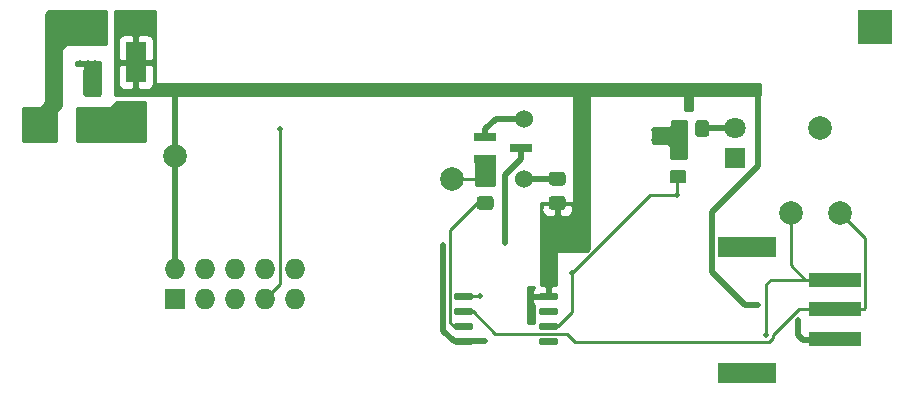
<source format=gbr>
G04 #@! TF.GenerationSoftware,KiCad,Pcbnew,5.1.5*
G04 #@! TF.CreationDate,2020-02-09T12:43:18+10:00*
G04 #@! TF.ProjectId,hrem,6872656d-2e6b-4696-9361-645f70636258,rev?*
G04 #@! TF.SameCoordinates,Original*
G04 #@! TF.FileFunction,Copper,L1,Top*
G04 #@! TF.FilePolarity,Positive*
%FSLAX46Y46*%
G04 Gerber Fmt 4.6, Leading zero omitted, Abs format (unit mm)*
G04 Created by KiCad (PCBNEW 5.1.5) date 2020-02-09 12:43:18*
%MOMM*%
%LPD*%
G04 APERTURE LIST*
%ADD10C,1.524000*%
%ADD11C,2.000000*%
%ADD12R,1.727200X1.727200*%
%ADD13O,1.727200X1.727200*%
%ADD14C,0.100000*%
%ADD15R,3.000000X3.000000*%
%ADD16R,1.800000X1.800000*%
%ADD17C,1.800000*%
%ADD18R,1.900000X0.800000*%
%ADD19R,1.800000X3.500000*%
%ADD20R,4.500000X1.300000*%
%ADD21R,5.000000X1.800000*%
%ADD22C,0.500000*%
%ADD23C,0.500000*%
%ADD24C,0.250000*%
%ADD25C,0.254000*%
G04 APERTURE END LIST*
D10*
X99441000Y-61722000D03*
X99441000Y-66802000D03*
D11*
X121983500Y-69723000D03*
X126174500Y-69723000D03*
X93345000Y-66802000D03*
X69850000Y-64897000D03*
X124460000Y-62484000D03*
D12*
X69850000Y-76962000D03*
D13*
X69850000Y-74422000D03*
X72390000Y-76962000D03*
X72390000Y-74422000D03*
X74930000Y-76962000D03*
X74930000Y-74422000D03*
X77470000Y-76962000D03*
X77470000Y-74422000D03*
X80010000Y-76962000D03*
X80010000Y-74422000D03*
G04 #@! TA.AperFunction,SMDPad,CuDef*
D14*
G36*
X112933005Y-64005704D02*
G01*
X112957273Y-64009304D01*
X112981072Y-64015265D01*
X113004171Y-64023530D01*
X113026350Y-64034020D01*
X113047393Y-64046632D01*
X113067099Y-64061247D01*
X113085277Y-64077723D01*
X113101753Y-64095901D01*
X113116368Y-64115607D01*
X113128980Y-64136650D01*
X113139470Y-64158829D01*
X113147735Y-64181928D01*
X113153696Y-64205727D01*
X113157296Y-64229995D01*
X113158500Y-64254499D01*
X113158500Y-64904501D01*
X113157296Y-64929005D01*
X113153696Y-64953273D01*
X113147735Y-64977072D01*
X113139470Y-65000171D01*
X113128980Y-65022350D01*
X113116368Y-65043393D01*
X113101753Y-65063099D01*
X113085277Y-65081277D01*
X113067099Y-65097753D01*
X113047393Y-65112368D01*
X113026350Y-65124980D01*
X113004171Y-65135470D01*
X112981072Y-65143735D01*
X112957273Y-65149696D01*
X112933005Y-65153296D01*
X112908501Y-65154500D01*
X112008499Y-65154500D01*
X111983995Y-65153296D01*
X111959727Y-65149696D01*
X111935928Y-65143735D01*
X111912829Y-65135470D01*
X111890650Y-65124980D01*
X111869607Y-65112368D01*
X111849901Y-65097753D01*
X111831723Y-65081277D01*
X111815247Y-65063099D01*
X111800632Y-65043393D01*
X111788020Y-65022350D01*
X111777530Y-65000171D01*
X111769265Y-64977072D01*
X111763304Y-64953273D01*
X111759704Y-64929005D01*
X111758500Y-64904501D01*
X111758500Y-64254499D01*
X111759704Y-64229995D01*
X111763304Y-64205727D01*
X111769265Y-64181928D01*
X111777530Y-64158829D01*
X111788020Y-64136650D01*
X111800632Y-64115607D01*
X111815247Y-64095901D01*
X111831723Y-64077723D01*
X111849901Y-64061247D01*
X111869607Y-64046632D01*
X111890650Y-64034020D01*
X111912829Y-64023530D01*
X111935928Y-64015265D01*
X111959727Y-64009304D01*
X111983995Y-64005704D01*
X112008499Y-64004500D01*
X112908501Y-64004500D01*
X112933005Y-64005704D01*
G37*
G04 #@! TD.AperFunction*
G04 #@! TA.AperFunction,SMDPad,CuDef*
G36*
X112933005Y-66055704D02*
G01*
X112957273Y-66059304D01*
X112981072Y-66065265D01*
X113004171Y-66073530D01*
X113026350Y-66084020D01*
X113047393Y-66096632D01*
X113067099Y-66111247D01*
X113085277Y-66127723D01*
X113101753Y-66145901D01*
X113116368Y-66165607D01*
X113128980Y-66186650D01*
X113139470Y-66208829D01*
X113147735Y-66231928D01*
X113153696Y-66255727D01*
X113157296Y-66279995D01*
X113158500Y-66304499D01*
X113158500Y-66954501D01*
X113157296Y-66979005D01*
X113153696Y-67003273D01*
X113147735Y-67027072D01*
X113139470Y-67050171D01*
X113128980Y-67072350D01*
X113116368Y-67093393D01*
X113101753Y-67113099D01*
X113085277Y-67131277D01*
X113067099Y-67147753D01*
X113047393Y-67162368D01*
X113026350Y-67174980D01*
X113004171Y-67185470D01*
X112981072Y-67193735D01*
X112957273Y-67199696D01*
X112933005Y-67203296D01*
X112908501Y-67204500D01*
X112008499Y-67204500D01*
X111983995Y-67203296D01*
X111959727Y-67199696D01*
X111935928Y-67193735D01*
X111912829Y-67185470D01*
X111890650Y-67174980D01*
X111869607Y-67162368D01*
X111849901Y-67147753D01*
X111831723Y-67131277D01*
X111815247Y-67113099D01*
X111800632Y-67093393D01*
X111788020Y-67072350D01*
X111777530Y-67050171D01*
X111769265Y-67027072D01*
X111763304Y-67003273D01*
X111759704Y-66979005D01*
X111758500Y-66954501D01*
X111758500Y-66304499D01*
X111759704Y-66279995D01*
X111763304Y-66255727D01*
X111769265Y-66231928D01*
X111777530Y-66208829D01*
X111788020Y-66186650D01*
X111800632Y-66165607D01*
X111815247Y-66145901D01*
X111831723Y-66127723D01*
X111849901Y-66111247D01*
X111869607Y-66096632D01*
X111890650Y-66084020D01*
X111912829Y-66073530D01*
X111935928Y-66065265D01*
X111959727Y-66059304D01*
X111983995Y-66055704D01*
X112008499Y-66054500D01*
X112908501Y-66054500D01*
X112933005Y-66055704D01*
G37*
G04 #@! TD.AperFunction*
D15*
X58420000Y-62230000D03*
X62920000Y-62230000D03*
D16*
X117284500Y-65087500D03*
D17*
X117284500Y-62547500D03*
G04 #@! TA.AperFunction,SMDPad,CuDef*
D14*
G36*
X94962203Y-76472222D02*
G01*
X94976764Y-76474382D01*
X94991043Y-76477959D01*
X95004903Y-76482918D01*
X95018210Y-76489212D01*
X95030836Y-76496780D01*
X95042659Y-76505548D01*
X95053566Y-76515434D01*
X95063452Y-76526341D01*
X95072220Y-76538164D01*
X95079788Y-76550790D01*
X95086082Y-76564097D01*
X95091041Y-76577957D01*
X95094618Y-76592236D01*
X95096778Y-76606797D01*
X95097500Y-76621500D01*
X95097500Y-76921500D01*
X95096778Y-76936203D01*
X95094618Y-76950764D01*
X95091041Y-76965043D01*
X95086082Y-76978903D01*
X95079788Y-76992210D01*
X95072220Y-77004836D01*
X95063452Y-77016659D01*
X95053566Y-77027566D01*
X95042659Y-77037452D01*
X95030836Y-77046220D01*
X95018210Y-77053788D01*
X95004903Y-77060082D01*
X94991043Y-77065041D01*
X94976764Y-77068618D01*
X94962203Y-77070778D01*
X94947500Y-77071500D01*
X93647500Y-77071500D01*
X93632797Y-77070778D01*
X93618236Y-77068618D01*
X93603957Y-77065041D01*
X93590097Y-77060082D01*
X93576790Y-77053788D01*
X93564164Y-77046220D01*
X93552341Y-77037452D01*
X93541434Y-77027566D01*
X93531548Y-77016659D01*
X93522780Y-77004836D01*
X93515212Y-76992210D01*
X93508918Y-76978903D01*
X93503959Y-76965043D01*
X93500382Y-76950764D01*
X93498222Y-76936203D01*
X93497500Y-76921500D01*
X93497500Y-76621500D01*
X93498222Y-76606797D01*
X93500382Y-76592236D01*
X93503959Y-76577957D01*
X93508918Y-76564097D01*
X93515212Y-76550790D01*
X93522780Y-76538164D01*
X93531548Y-76526341D01*
X93541434Y-76515434D01*
X93552341Y-76505548D01*
X93564164Y-76496780D01*
X93576790Y-76489212D01*
X93590097Y-76482918D01*
X93603957Y-76477959D01*
X93618236Y-76474382D01*
X93632797Y-76472222D01*
X93647500Y-76471500D01*
X94947500Y-76471500D01*
X94962203Y-76472222D01*
G37*
G04 #@! TD.AperFunction*
G04 #@! TA.AperFunction,SMDPad,CuDef*
G36*
X94962203Y-77742222D02*
G01*
X94976764Y-77744382D01*
X94991043Y-77747959D01*
X95004903Y-77752918D01*
X95018210Y-77759212D01*
X95030836Y-77766780D01*
X95042659Y-77775548D01*
X95053566Y-77785434D01*
X95063452Y-77796341D01*
X95072220Y-77808164D01*
X95079788Y-77820790D01*
X95086082Y-77834097D01*
X95091041Y-77847957D01*
X95094618Y-77862236D01*
X95096778Y-77876797D01*
X95097500Y-77891500D01*
X95097500Y-78191500D01*
X95096778Y-78206203D01*
X95094618Y-78220764D01*
X95091041Y-78235043D01*
X95086082Y-78248903D01*
X95079788Y-78262210D01*
X95072220Y-78274836D01*
X95063452Y-78286659D01*
X95053566Y-78297566D01*
X95042659Y-78307452D01*
X95030836Y-78316220D01*
X95018210Y-78323788D01*
X95004903Y-78330082D01*
X94991043Y-78335041D01*
X94976764Y-78338618D01*
X94962203Y-78340778D01*
X94947500Y-78341500D01*
X93647500Y-78341500D01*
X93632797Y-78340778D01*
X93618236Y-78338618D01*
X93603957Y-78335041D01*
X93590097Y-78330082D01*
X93576790Y-78323788D01*
X93564164Y-78316220D01*
X93552341Y-78307452D01*
X93541434Y-78297566D01*
X93531548Y-78286659D01*
X93522780Y-78274836D01*
X93515212Y-78262210D01*
X93508918Y-78248903D01*
X93503959Y-78235043D01*
X93500382Y-78220764D01*
X93498222Y-78206203D01*
X93497500Y-78191500D01*
X93497500Y-77891500D01*
X93498222Y-77876797D01*
X93500382Y-77862236D01*
X93503959Y-77847957D01*
X93508918Y-77834097D01*
X93515212Y-77820790D01*
X93522780Y-77808164D01*
X93531548Y-77796341D01*
X93541434Y-77785434D01*
X93552341Y-77775548D01*
X93564164Y-77766780D01*
X93576790Y-77759212D01*
X93590097Y-77752918D01*
X93603957Y-77747959D01*
X93618236Y-77744382D01*
X93632797Y-77742222D01*
X93647500Y-77741500D01*
X94947500Y-77741500D01*
X94962203Y-77742222D01*
G37*
G04 #@! TD.AperFunction*
G04 #@! TA.AperFunction,SMDPad,CuDef*
G36*
X94962203Y-79012222D02*
G01*
X94976764Y-79014382D01*
X94991043Y-79017959D01*
X95004903Y-79022918D01*
X95018210Y-79029212D01*
X95030836Y-79036780D01*
X95042659Y-79045548D01*
X95053566Y-79055434D01*
X95063452Y-79066341D01*
X95072220Y-79078164D01*
X95079788Y-79090790D01*
X95086082Y-79104097D01*
X95091041Y-79117957D01*
X95094618Y-79132236D01*
X95096778Y-79146797D01*
X95097500Y-79161500D01*
X95097500Y-79461500D01*
X95096778Y-79476203D01*
X95094618Y-79490764D01*
X95091041Y-79505043D01*
X95086082Y-79518903D01*
X95079788Y-79532210D01*
X95072220Y-79544836D01*
X95063452Y-79556659D01*
X95053566Y-79567566D01*
X95042659Y-79577452D01*
X95030836Y-79586220D01*
X95018210Y-79593788D01*
X95004903Y-79600082D01*
X94991043Y-79605041D01*
X94976764Y-79608618D01*
X94962203Y-79610778D01*
X94947500Y-79611500D01*
X93647500Y-79611500D01*
X93632797Y-79610778D01*
X93618236Y-79608618D01*
X93603957Y-79605041D01*
X93590097Y-79600082D01*
X93576790Y-79593788D01*
X93564164Y-79586220D01*
X93552341Y-79577452D01*
X93541434Y-79567566D01*
X93531548Y-79556659D01*
X93522780Y-79544836D01*
X93515212Y-79532210D01*
X93508918Y-79518903D01*
X93503959Y-79505043D01*
X93500382Y-79490764D01*
X93498222Y-79476203D01*
X93497500Y-79461500D01*
X93497500Y-79161500D01*
X93498222Y-79146797D01*
X93500382Y-79132236D01*
X93503959Y-79117957D01*
X93508918Y-79104097D01*
X93515212Y-79090790D01*
X93522780Y-79078164D01*
X93531548Y-79066341D01*
X93541434Y-79055434D01*
X93552341Y-79045548D01*
X93564164Y-79036780D01*
X93576790Y-79029212D01*
X93590097Y-79022918D01*
X93603957Y-79017959D01*
X93618236Y-79014382D01*
X93632797Y-79012222D01*
X93647500Y-79011500D01*
X94947500Y-79011500D01*
X94962203Y-79012222D01*
G37*
G04 #@! TD.AperFunction*
G04 #@! TA.AperFunction,SMDPad,CuDef*
G36*
X94962203Y-80282222D02*
G01*
X94976764Y-80284382D01*
X94991043Y-80287959D01*
X95004903Y-80292918D01*
X95018210Y-80299212D01*
X95030836Y-80306780D01*
X95042659Y-80315548D01*
X95053566Y-80325434D01*
X95063452Y-80336341D01*
X95072220Y-80348164D01*
X95079788Y-80360790D01*
X95086082Y-80374097D01*
X95091041Y-80387957D01*
X95094618Y-80402236D01*
X95096778Y-80416797D01*
X95097500Y-80431500D01*
X95097500Y-80731500D01*
X95096778Y-80746203D01*
X95094618Y-80760764D01*
X95091041Y-80775043D01*
X95086082Y-80788903D01*
X95079788Y-80802210D01*
X95072220Y-80814836D01*
X95063452Y-80826659D01*
X95053566Y-80837566D01*
X95042659Y-80847452D01*
X95030836Y-80856220D01*
X95018210Y-80863788D01*
X95004903Y-80870082D01*
X94991043Y-80875041D01*
X94976764Y-80878618D01*
X94962203Y-80880778D01*
X94947500Y-80881500D01*
X93647500Y-80881500D01*
X93632797Y-80880778D01*
X93618236Y-80878618D01*
X93603957Y-80875041D01*
X93590097Y-80870082D01*
X93576790Y-80863788D01*
X93564164Y-80856220D01*
X93552341Y-80847452D01*
X93541434Y-80837566D01*
X93531548Y-80826659D01*
X93522780Y-80814836D01*
X93515212Y-80802210D01*
X93508918Y-80788903D01*
X93503959Y-80775043D01*
X93500382Y-80760764D01*
X93498222Y-80746203D01*
X93497500Y-80731500D01*
X93497500Y-80431500D01*
X93498222Y-80416797D01*
X93500382Y-80402236D01*
X93503959Y-80387957D01*
X93508918Y-80374097D01*
X93515212Y-80360790D01*
X93522780Y-80348164D01*
X93531548Y-80336341D01*
X93541434Y-80325434D01*
X93552341Y-80315548D01*
X93564164Y-80306780D01*
X93576790Y-80299212D01*
X93590097Y-80292918D01*
X93603957Y-80287959D01*
X93618236Y-80284382D01*
X93632797Y-80282222D01*
X93647500Y-80281500D01*
X94947500Y-80281500D01*
X94962203Y-80282222D01*
G37*
G04 #@! TD.AperFunction*
G04 #@! TA.AperFunction,SMDPad,CuDef*
G36*
X102162203Y-80282222D02*
G01*
X102176764Y-80284382D01*
X102191043Y-80287959D01*
X102204903Y-80292918D01*
X102218210Y-80299212D01*
X102230836Y-80306780D01*
X102242659Y-80315548D01*
X102253566Y-80325434D01*
X102263452Y-80336341D01*
X102272220Y-80348164D01*
X102279788Y-80360790D01*
X102286082Y-80374097D01*
X102291041Y-80387957D01*
X102294618Y-80402236D01*
X102296778Y-80416797D01*
X102297500Y-80431500D01*
X102297500Y-80731500D01*
X102296778Y-80746203D01*
X102294618Y-80760764D01*
X102291041Y-80775043D01*
X102286082Y-80788903D01*
X102279788Y-80802210D01*
X102272220Y-80814836D01*
X102263452Y-80826659D01*
X102253566Y-80837566D01*
X102242659Y-80847452D01*
X102230836Y-80856220D01*
X102218210Y-80863788D01*
X102204903Y-80870082D01*
X102191043Y-80875041D01*
X102176764Y-80878618D01*
X102162203Y-80880778D01*
X102147500Y-80881500D01*
X100847500Y-80881500D01*
X100832797Y-80880778D01*
X100818236Y-80878618D01*
X100803957Y-80875041D01*
X100790097Y-80870082D01*
X100776790Y-80863788D01*
X100764164Y-80856220D01*
X100752341Y-80847452D01*
X100741434Y-80837566D01*
X100731548Y-80826659D01*
X100722780Y-80814836D01*
X100715212Y-80802210D01*
X100708918Y-80788903D01*
X100703959Y-80775043D01*
X100700382Y-80760764D01*
X100698222Y-80746203D01*
X100697500Y-80731500D01*
X100697500Y-80431500D01*
X100698222Y-80416797D01*
X100700382Y-80402236D01*
X100703959Y-80387957D01*
X100708918Y-80374097D01*
X100715212Y-80360790D01*
X100722780Y-80348164D01*
X100731548Y-80336341D01*
X100741434Y-80325434D01*
X100752341Y-80315548D01*
X100764164Y-80306780D01*
X100776790Y-80299212D01*
X100790097Y-80292918D01*
X100803957Y-80287959D01*
X100818236Y-80284382D01*
X100832797Y-80282222D01*
X100847500Y-80281500D01*
X102147500Y-80281500D01*
X102162203Y-80282222D01*
G37*
G04 #@! TD.AperFunction*
G04 #@! TA.AperFunction,SMDPad,CuDef*
G36*
X102162203Y-79012222D02*
G01*
X102176764Y-79014382D01*
X102191043Y-79017959D01*
X102204903Y-79022918D01*
X102218210Y-79029212D01*
X102230836Y-79036780D01*
X102242659Y-79045548D01*
X102253566Y-79055434D01*
X102263452Y-79066341D01*
X102272220Y-79078164D01*
X102279788Y-79090790D01*
X102286082Y-79104097D01*
X102291041Y-79117957D01*
X102294618Y-79132236D01*
X102296778Y-79146797D01*
X102297500Y-79161500D01*
X102297500Y-79461500D01*
X102296778Y-79476203D01*
X102294618Y-79490764D01*
X102291041Y-79505043D01*
X102286082Y-79518903D01*
X102279788Y-79532210D01*
X102272220Y-79544836D01*
X102263452Y-79556659D01*
X102253566Y-79567566D01*
X102242659Y-79577452D01*
X102230836Y-79586220D01*
X102218210Y-79593788D01*
X102204903Y-79600082D01*
X102191043Y-79605041D01*
X102176764Y-79608618D01*
X102162203Y-79610778D01*
X102147500Y-79611500D01*
X100847500Y-79611500D01*
X100832797Y-79610778D01*
X100818236Y-79608618D01*
X100803957Y-79605041D01*
X100790097Y-79600082D01*
X100776790Y-79593788D01*
X100764164Y-79586220D01*
X100752341Y-79577452D01*
X100741434Y-79567566D01*
X100731548Y-79556659D01*
X100722780Y-79544836D01*
X100715212Y-79532210D01*
X100708918Y-79518903D01*
X100703959Y-79505043D01*
X100700382Y-79490764D01*
X100698222Y-79476203D01*
X100697500Y-79461500D01*
X100697500Y-79161500D01*
X100698222Y-79146797D01*
X100700382Y-79132236D01*
X100703959Y-79117957D01*
X100708918Y-79104097D01*
X100715212Y-79090790D01*
X100722780Y-79078164D01*
X100731548Y-79066341D01*
X100741434Y-79055434D01*
X100752341Y-79045548D01*
X100764164Y-79036780D01*
X100776790Y-79029212D01*
X100790097Y-79022918D01*
X100803957Y-79017959D01*
X100818236Y-79014382D01*
X100832797Y-79012222D01*
X100847500Y-79011500D01*
X102147500Y-79011500D01*
X102162203Y-79012222D01*
G37*
G04 #@! TD.AperFunction*
G04 #@! TA.AperFunction,SMDPad,CuDef*
G36*
X102162203Y-77742222D02*
G01*
X102176764Y-77744382D01*
X102191043Y-77747959D01*
X102204903Y-77752918D01*
X102218210Y-77759212D01*
X102230836Y-77766780D01*
X102242659Y-77775548D01*
X102253566Y-77785434D01*
X102263452Y-77796341D01*
X102272220Y-77808164D01*
X102279788Y-77820790D01*
X102286082Y-77834097D01*
X102291041Y-77847957D01*
X102294618Y-77862236D01*
X102296778Y-77876797D01*
X102297500Y-77891500D01*
X102297500Y-78191500D01*
X102296778Y-78206203D01*
X102294618Y-78220764D01*
X102291041Y-78235043D01*
X102286082Y-78248903D01*
X102279788Y-78262210D01*
X102272220Y-78274836D01*
X102263452Y-78286659D01*
X102253566Y-78297566D01*
X102242659Y-78307452D01*
X102230836Y-78316220D01*
X102218210Y-78323788D01*
X102204903Y-78330082D01*
X102191043Y-78335041D01*
X102176764Y-78338618D01*
X102162203Y-78340778D01*
X102147500Y-78341500D01*
X100847500Y-78341500D01*
X100832797Y-78340778D01*
X100818236Y-78338618D01*
X100803957Y-78335041D01*
X100790097Y-78330082D01*
X100776790Y-78323788D01*
X100764164Y-78316220D01*
X100752341Y-78307452D01*
X100741434Y-78297566D01*
X100731548Y-78286659D01*
X100722780Y-78274836D01*
X100715212Y-78262210D01*
X100708918Y-78248903D01*
X100703959Y-78235043D01*
X100700382Y-78220764D01*
X100698222Y-78206203D01*
X100697500Y-78191500D01*
X100697500Y-77891500D01*
X100698222Y-77876797D01*
X100700382Y-77862236D01*
X100703959Y-77847957D01*
X100708918Y-77834097D01*
X100715212Y-77820790D01*
X100722780Y-77808164D01*
X100731548Y-77796341D01*
X100741434Y-77785434D01*
X100752341Y-77775548D01*
X100764164Y-77766780D01*
X100776790Y-77759212D01*
X100790097Y-77752918D01*
X100803957Y-77747959D01*
X100818236Y-77744382D01*
X100832797Y-77742222D01*
X100847500Y-77741500D01*
X102147500Y-77741500D01*
X102162203Y-77742222D01*
G37*
G04 #@! TD.AperFunction*
G04 #@! TA.AperFunction,SMDPad,CuDef*
G36*
X102162203Y-76472222D02*
G01*
X102176764Y-76474382D01*
X102191043Y-76477959D01*
X102204903Y-76482918D01*
X102218210Y-76489212D01*
X102230836Y-76496780D01*
X102242659Y-76505548D01*
X102253566Y-76515434D01*
X102263452Y-76526341D01*
X102272220Y-76538164D01*
X102279788Y-76550790D01*
X102286082Y-76564097D01*
X102291041Y-76577957D01*
X102294618Y-76592236D01*
X102296778Y-76606797D01*
X102297500Y-76621500D01*
X102297500Y-76921500D01*
X102296778Y-76936203D01*
X102294618Y-76950764D01*
X102291041Y-76965043D01*
X102286082Y-76978903D01*
X102279788Y-76992210D01*
X102272220Y-77004836D01*
X102263452Y-77016659D01*
X102253566Y-77027566D01*
X102242659Y-77037452D01*
X102230836Y-77046220D01*
X102218210Y-77053788D01*
X102204903Y-77060082D01*
X102191043Y-77065041D01*
X102176764Y-77068618D01*
X102162203Y-77070778D01*
X102147500Y-77071500D01*
X100847500Y-77071500D01*
X100832797Y-77070778D01*
X100818236Y-77068618D01*
X100803957Y-77065041D01*
X100790097Y-77060082D01*
X100776790Y-77053788D01*
X100764164Y-77046220D01*
X100752341Y-77037452D01*
X100741434Y-77027566D01*
X100731548Y-77016659D01*
X100722780Y-77004836D01*
X100715212Y-76992210D01*
X100708918Y-76978903D01*
X100703959Y-76965043D01*
X100700382Y-76950764D01*
X100698222Y-76936203D01*
X100697500Y-76921500D01*
X100697500Y-76621500D01*
X100698222Y-76606797D01*
X100700382Y-76592236D01*
X100703959Y-76577957D01*
X100708918Y-76564097D01*
X100715212Y-76550790D01*
X100722780Y-76538164D01*
X100731548Y-76526341D01*
X100741434Y-76515434D01*
X100752341Y-76505548D01*
X100764164Y-76496780D01*
X100776790Y-76489212D01*
X100790097Y-76482918D01*
X100803957Y-76477959D01*
X100818236Y-76474382D01*
X100832797Y-76472222D01*
X100847500Y-76471500D01*
X102147500Y-76471500D01*
X102162203Y-76472222D01*
G37*
G04 #@! TD.AperFunction*
G04 #@! TA.AperFunction,SMDPad,CuDef*
G36*
X102709505Y-68278204D02*
G01*
X102733773Y-68281804D01*
X102757572Y-68287765D01*
X102780671Y-68296030D01*
X102802850Y-68306520D01*
X102823893Y-68319132D01*
X102843599Y-68333747D01*
X102861777Y-68350223D01*
X102878253Y-68368401D01*
X102892868Y-68388107D01*
X102905480Y-68409150D01*
X102915970Y-68431329D01*
X102924235Y-68454428D01*
X102930196Y-68478227D01*
X102933796Y-68502495D01*
X102935000Y-68526999D01*
X102935000Y-69177001D01*
X102933796Y-69201505D01*
X102930196Y-69225773D01*
X102924235Y-69249572D01*
X102915970Y-69272671D01*
X102905480Y-69294850D01*
X102892868Y-69315893D01*
X102878253Y-69335599D01*
X102861777Y-69353777D01*
X102843599Y-69370253D01*
X102823893Y-69384868D01*
X102802850Y-69397480D01*
X102780671Y-69407970D01*
X102757572Y-69416235D01*
X102733773Y-69422196D01*
X102709505Y-69425796D01*
X102685001Y-69427000D01*
X101784999Y-69427000D01*
X101760495Y-69425796D01*
X101736227Y-69422196D01*
X101712428Y-69416235D01*
X101689329Y-69407970D01*
X101667150Y-69397480D01*
X101646107Y-69384868D01*
X101626401Y-69370253D01*
X101608223Y-69353777D01*
X101591747Y-69335599D01*
X101577132Y-69315893D01*
X101564520Y-69294850D01*
X101554030Y-69272671D01*
X101545765Y-69249572D01*
X101539804Y-69225773D01*
X101536204Y-69201505D01*
X101535000Y-69177001D01*
X101535000Y-68526999D01*
X101536204Y-68502495D01*
X101539804Y-68478227D01*
X101545765Y-68454428D01*
X101554030Y-68431329D01*
X101564520Y-68409150D01*
X101577132Y-68388107D01*
X101591747Y-68368401D01*
X101608223Y-68350223D01*
X101626401Y-68333747D01*
X101646107Y-68319132D01*
X101667150Y-68306520D01*
X101689329Y-68296030D01*
X101712428Y-68287765D01*
X101736227Y-68281804D01*
X101760495Y-68278204D01*
X101784999Y-68277000D01*
X102685001Y-68277000D01*
X102709505Y-68278204D01*
G37*
G04 #@! TD.AperFunction*
G04 #@! TA.AperFunction,SMDPad,CuDef*
G36*
X102709505Y-66228204D02*
G01*
X102733773Y-66231804D01*
X102757572Y-66237765D01*
X102780671Y-66246030D01*
X102802850Y-66256520D01*
X102823893Y-66269132D01*
X102843599Y-66283747D01*
X102861777Y-66300223D01*
X102878253Y-66318401D01*
X102892868Y-66338107D01*
X102905480Y-66359150D01*
X102915970Y-66381329D01*
X102924235Y-66404428D01*
X102930196Y-66428227D01*
X102933796Y-66452495D01*
X102935000Y-66476999D01*
X102935000Y-67127001D01*
X102933796Y-67151505D01*
X102930196Y-67175773D01*
X102924235Y-67199572D01*
X102915970Y-67222671D01*
X102905480Y-67244850D01*
X102892868Y-67265893D01*
X102878253Y-67285599D01*
X102861777Y-67303777D01*
X102843599Y-67320253D01*
X102823893Y-67334868D01*
X102802850Y-67347480D01*
X102780671Y-67357970D01*
X102757572Y-67366235D01*
X102733773Y-67372196D01*
X102709505Y-67375796D01*
X102685001Y-67377000D01*
X101784999Y-67377000D01*
X101760495Y-67375796D01*
X101736227Y-67372196D01*
X101712428Y-67366235D01*
X101689329Y-67357970D01*
X101667150Y-67347480D01*
X101646107Y-67334868D01*
X101626401Y-67320253D01*
X101608223Y-67303777D01*
X101591747Y-67285599D01*
X101577132Y-67265893D01*
X101564520Y-67244850D01*
X101554030Y-67222671D01*
X101545765Y-67199572D01*
X101539804Y-67175773D01*
X101536204Y-67151505D01*
X101535000Y-67127001D01*
X101535000Y-66476999D01*
X101536204Y-66452495D01*
X101539804Y-66428227D01*
X101545765Y-66404428D01*
X101554030Y-66381329D01*
X101564520Y-66359150D01*
X101577132Y-66338107D01*
X101591747Y-66318401D01*
X101608223Y-66300223D01*
X101626401Y-66283747D01*
X101646107Y-66269132D01*
X101667150Y-66256520D01*
X101689329Y-66246030D01*
X101712428Y-66237765D01*
X101736227Y-66231804D01*
X101760495Y-66228204D01*
X101784999Y-66227000D01*
X102685001Y-66227000D01*
X102709505Y-66228204D01*
G37*
G04 #@! TD.AperFunction*
G04 #@! TA.AperFunction,SMDPad,CuDef*
G36*
X112808005Y-61848704D02*
G01*
X112832273Y-61852304D01*
X112856072Y-61858265D01*
X112879171Y-61866530D01*
X112901350Y-61877020D01*
X112922393Y-61889632D01*
X112942099Y-61904247D01*
X112960277Y-61920723D01*
X112976753Y-61938901D01*
X112991368Y-61958607D01*
X113003980Y-61979650D01*
X113014470Y-62001829D01*
X113022735Y-62024928D01*
X113028696Y-62048727D01*
X113032296Y-62072995D01*
X113033500Y-62097499D01*
X113033500Y-62997501D01*
X113032296Y-63022005D01*
X113028696Y-63046273D01*
X113022735Y-63070072D01*
X113014470Y-63093171D01*
X113003980Y-63115350D01*
X112991368Y-63136393D01*
X112976753Y-63156099D01*
X112960277Y-63174277D01*
X112942099Y-63190753D01*
X112922393Y-63205368D01*
X112901350Y-63217980D01*
X112879171Y-63228470D01*
X112856072Y-63236735D01*
X112832273Y-63242696D01*
X112808005Y-63246296D01*
X112783501Y-63247500D01*
X112133499Y-63247500D01*
X112108995Y-63246296D01*
X112084727Y-63242696D01*
X112060928Y-63236735D01*
X112037829Y-63228470D01*
X112015650Y-63217980D01*
X111994607Y-63205368D01*
X111974901Y-63190753D01*
X111956723Y-63174277D01*
X111940247Y-63156099D01*
X111925632Y-63136393D01*
X111913020Y-63115350D01*
X111902530Y-63093171D01*
X111894265Y-63070072D01*
X111888304Y-63046273D01*
X111884704Y-63022005D01*
X111883500Y-62997501D01*
X111883500Y-62097499D01*
X111884704Y-62072995D01*
X111888304Y-62048727D01*
X111894265Y-62024928D01*
X111902530Y-62001829D01*
X111913020Y-61979650D01*
X111925632Y-61958607D01*
X111940247Y-61938901D01*
X111956723Y-61920723D01*
X111974901Y-61904247D01*
X111994607Y-61889632D01*
X112015650Y-61877020D01*
X112037829Y-61866530D01*
X112060928Y-61858265D01*
X112084727Y-61852304D01*
X112108995Y-61848704D01*
X112133499Y-61847500D01*
X112783501Y-61847500D01*
X112808005Y-61848704D01*
G37*
G04 #@! TD.AperFunction*
G04 #@! TA.AperFunction,SMDPad,CuDef*
G36*
X114858005Y-61848704D02*
G01*
X114882273Y-61852304D01*
X114906072Y-61858265D01*
X114929171Y-61866530D01*
X114951350Y-61877020D01*
X114972393Y-61889632D01*
X114992099Y-61904247D01*
X115010277Y-61920723D01*
X115026753Y-61938901D01*
X115041368Y-61958607D01*
X115053980Y-61979650D01*
X115064470Y-62001829D01*
X115072735Y-62024928D01*
X115078696Y-62048727D01*
X115082296Y-62072995D01*
X115083500Y-62097499D01*
X115083500Y-62997501D01*
X115082296Y-63022005D01*
X115078696Y-63046273D01*
X115072735Y-63070072D01*
X115064470Y-63093171D01*
X115053980Y-63115350D01*
X115041368Y-63136393D01*
X115026753Y-63156099D01*
X115010277Y-63174277D01*
X114992099Y-63190753D01*
X114972393Y-63205368D01*
X114951350Y-63217980D01*
X114929171Y-63228470D01*
X114906072Y-63236735D01*
X114882273Y-63242696D01*
X114858005Y-63246296D01*
X114833501Y-63247500D01*
X114183499Y-63247500D01*
X114158995Y-63246296D01*
X114134727Y-63242696D01*
X114110928Y-63236735D01*
X114087829Y-63228470D01*
X114065650Y-63217980D01*
X114044607Y-63205368D01*
X114024901Y-63190753D01*
X114006723Y-63174277D01*
X113990247Y-63156099D01*
X113975632Y-63136393D01*
X113963020Y-63115350D01*
X113952530Y-63093171D01*
X113944265Y-63070072D01*
X113938304Y-63046273D01*
X113934704Y-63022005D01*
X113933500Y-62997501D01*
X113933500Y-62097499D01*
X113934704Y-62072995D01*
X113938304Y-62048727D01*
X113944265Y-62024928D01*
X113952530Y-62001829D01*
X113963020Y-61979650D01*
X113975632Y-61958607D01*
X113990247Y-61938901D01*
X114006723Y-61920723D01*
X114024901Y-61904247D01*
X114044607Y-61889632D01*
X114065650Y-61877020D01*
X114087829Y-61866530D01*
X114110928Y-61858265D01*
X114134727Y-61852304D01*
X114158995Y-61848704D01*
X114183499Y-61847500D01*
X114833501Y-61847500D01*
X114858005Y-61848704D01*
G37*
G04 #@! TD.AperFunction*
G04 #@! TA.AperFunction,SMDPad,CuDef*
G36*
X96613505Y-68278204D02*
G01*
X96637773Y-68281804D01*
X96661572Y-68287765D01*
X96684671Y-68296030D01*
X96706850Y-68306520D01*
X96727893Y-68319132D01*
X96747599Y-68333747D01*
X96765777Y-68350223D01*
X96782253Y-68368401D01*
X96796868Y-68388107D01*
X96809480Y-68409150D01*
X96819970Y-68431329D01*
X96828235Y-68454428D01*
X96834196Y-68478227D01*
X96837796Y-68502495D01*
X96839000Y-68526999D01*
X96839000Y-69177001D01*
X96837796Y-69201505D01*
X96834196Y-69225773D01*
X96828235Y-69249572D01*
X96819970Y-69272671D01*
X96809480Y-69294850D01*
X96796868Y-69315893D01*
X96782253Y-69335599D01*
X96765777Y-69353777D01*
X96747599Y-69370253D01*
X96727893Y-69384868D01*
X96706850Y-69397480D01*
X96684671Y-69407970D01*
X96661572Y-69416235D01*
X96637773Y-69422196D01*
X96613505Y-69425796D01*
X96589001Y-69427000D01*
X95688999Y-69427000D01*
X95664495Y-69425796D01*
X95640227Y-69422196D01*
X95616428Y-69416235D01*
X95593329Y-69407970D01*
X95571150Y-69397480D01*
X95550107Y-69384868D01*
X95530401Y-69370253D01*
X95512223Y-69353777D01*
X95495747Y-69335599D01*
X95481132Y-69315893D01*
X95468520Y-69294850D01*
X95458030Y-69272671D01*
X95449765Y-69249572D01*
X95443804Y-69225773D01*
X95440204Y-69201505D01*
X95439000Y-69177001D01*
X95439000Y-68526999D01*
X95440204Y-68502495D01*
X95443804Y-68478227D01*
X95449765Y-68454428D01*
X95458030Y-68431329D01*
X95468520Y-68409150D01*
X95481132Y-68388107D01*
X95495747Y-68368401D01*
X95512223Y-68350223D01*
X95530401Y-68333747D01*
X95550107Y-68319132D01*
X95571150Y-68306520D01*
X95593329Y-68296030D01*
X95616428Y-68287765D01*
X95640227Y-68281804D01*
X95664495Y-68278204D01*
X95688999Y-68277000D01*
X96589001Y-68277000D01*
X96613505Y-68278204D01*
G37*
G04 #@! TD.AperFunction*
G04 #@! TA.AperFunction,SMDPad,CuDef*
G36*
X96613505Y-66228204D02*
G01*
X96637773Y-66231804D01*
X96661572Y-66237765D01*
X96684671Y-66246030D01*
X96706850Y-66256520D01*
X96727893Y-66269132D01*
X96747599Y-66283747D01*
X96765777Y-66300223D01*
X96782253Y-66318401D01*
X96796868Y-66338107D01*
X96809480Y-66359150D01*
X96819970Y-66381329D01*
X96828235Y-66404428D01*
X96834196Y-66428227D01*
X96837796Y-66452495D01*
X96839000Y-66476999D01*
X96839000Y-67127001D01*
X96837796Y-67151505D01*
X96834196Y-67175773D01*
X96828235Y-67199572D01*
X96819970Y-67222671D01*
X96809480Y-67244850D01*
X96796868Y-67265893D01*
X96782253Y-67285599D01*
X96765777Y-67303777D01*
X96747599Y-67320253D01*
X96727893Y-67334868D01*
X96706850Y-67347480D01*
X96684671Y-67357970D01*
X96661572Y-67366235D01*
X96637773Y-67372196D01*
X96613505Y-67375796D01*
X96589001Y-67377000D01*
X95688999Y-67377000D01*
X95664495Y-67375796D01*
X95640227Y-67372196D01*
X95616428Y-67366235D01*
X95593329Y-67357970D01*
X95571150Y-67347480D01*
X95550107Y-67334868D01*
X95530401Y-67320253D01*
X95512223Y-67303777D01*
X95495747Y-67285599D01*
X95481132Y-67265893D01*
X95468520Y-67244850D01*
X95458030Y-67222671D01*
X95449765Y-67199572D01*
X95443804Y-67175773D01*
X95440204Y-67151505D01*
X95439000Y-67127001D01*
X95439000Y-66476999D01*
X95440204Y-66452495D01*
X95443804Y-66428227D01*
X95449765Y-66404428D01*
X95458030Y-66381329D01*
X95468520Y-66359150D01*
X95481132Y-66338107D01*
X95495747Y-66318401D01*
X95512223Y-66300223D01*
X95530401Y-66283747D01*
X95550107Y-66269132D01*
X95571150Y-66256520D01*
X95593329Y-66246030D01*
X95616428Y-66237765D01*
X95640227Y-66231804D01*
X95664495Y-66228204D01*
X95688999Y-66227000D01*
X96589001Y-66227000D01*
X96613505Y-66228204D01*
G37*
G04 #@! TD.AperFunction*
D18*
X96139000Y-63251000D03*
X96139000Y-65151000D03*
X99139000Y-64201000D03*
D19*
X66548000Y-56936000D03*
X66548000Y-61936000D03*
G04 #@! TA.AperFunction,SMDPad,CuDef*
D14*
G36*
X63363504Y-57500204D02*
G01*
X63387773Y-57503804D01*
X63411571Y-57509765D01*
X63434671Y-57518030D01*
X63456849Y-57528520D01*
X63477893Y-57541133D01*
X63497598Y-57555747D01*
X63515777Y-57572223D01*
X63532253Y-57590402D01*
X63546867Y-57610107D01*
X63559480Y-57631151D01*
X63569970Y-57653329D01*
X63578235Y-57676429D01*
X63584196Y-57700227D01*
X63587796Y-57724496D01*
X63589000Y-57749000D01*
X63589000Y-59599000D01*
X63587796Y-59623504D01*
X63584196Y-59647773D01*
X63578235Y-59671571D01*
X63569970Y-59694671D01*
X63559480Y-59716849D01*
X63546867Y-59737893D01*
X63532253Y-59757598D01*
X63515777Y-59775777D01*
X63497598Y-59792253D01*
X63477893Y-59806867D01*
X63456849Y-59819480D01*
X63434671Y-59829970D01*
X63411571Y-59838235D01*
X63387773Y-59844196D01*
X63363504Y-59847796D01*
X63339000Y-59849000D01*
X62339000Y-59849000D01*
X62314496Y-59847796D01*
X62290227Y-59844196D01*
X62266429Y-59838235D01*
X62243329Y-59829970D01*
X62221151Y-59819480D01*
X62200107Y-59806867D01*
X62180402Y-59792253D01*
X62162223Y-59775777D01*
X62145747Y-59757598D01*
X62131133Y-59737893D01*
X62118520Y-59716849D01*
X62108030Y-59694671D01*
X62099765Y-59671571D01*
X62093804Y-59647773D01*
X62090204Y-59623504D01*
X62089000Y-59599000D01*
X62089000Y-57749000D01*
X62090204Y-57724496D01*
X62093804Y-57700227D01*
X62099765Y-57676429D01*
X62108030Y-57653329D01*
X62118520Y-57631151D01*
X62131133Y-57610107D01*
X62145747Y-57590402D01*
X62162223Y-57572223D01*
X62180402Y-57555747D01*
X62200107Y-57541133D01*
X62221151Y-57528520D01*
X62243329Y-57518030D01*
X62266429Y-57509765D01*
X62290227Y-57503804D01*
X62314496Y-57500204D01*
X62339000Y-57499000D01*
X63339000Y-57499000D01*
X63363504Y-57500204D01*
G37*
G04 #@! TD.AperFunction*
G04 #@! TA.AperFunction,SMDPad,CuDef*
G36*
X60113504Y-57500204D02*
G01*
X60137773Y-57503804D01*
X60161571Y-57509765D01*
X60184671Y-57518030D01*
X60206849Y-57528520D01*
X60227893Y-57541133D01*
X60247598Y-57555747D01*
X60265777Y-57572223D01*
X60282253Y-57590402D01*
X60296867Y-57610107D01*
X60309480Y-57631151D01*
X60319970Y-57653329D01*
X60328235Y-57676429D01*
X60334196Y-57700227D01*
X60337796Y-57724496D01*
X60339000Y-57749000D01*
X60339000Y-59599000D01*
X60337796Y-59623504D01*
X60334196Y-59647773D01*
X60328235Y-59671571D01*
X60319970Y-59694671D01*
X60309480Y-59716849D01*
X60296867Y-59737893D01*
X60282253Y-59757598D01*
X60265777Y-59775777D01*
X60247598Y-59792253D01*
X60227893Y-59806867D01*
X60206849Y-59819480D01*
X60184671Y-59829970D01*
X60161571Y-59838235D01*
X60137773Y-59844196D01*
X60113504Y-59847796D01*
X60089000Y-59849000D01*
X59089000Y-59849000D01*
X59064496Y-59847796D01*
X59040227Y-59844196D01*
X59016429Y-59838235D01*
X58993329Y-59829970D01*
X58971151Y-59819480D01*
X58950107Y-59806867D01*
X58930402Y-59792253D01*
X58912223Y-59775777D01*
X58895747Y-59757598D01*
X58881133Y-59737893D01*
X58868520Y-59716849D01*
X58858030Y-59694671D01*
X58849765Y-59671571D01*
X58843804Y-59647773D01*
X58840204Y-59623504D01*
X58839000Y-59599000D01*
X58839000Y-57749000D01*
X58840204Y-57724496D01*
X58843804Y-57700227D01*
X58849765Y-57676429D01*
X58858030Y-57653329D01*
X58868520Y-57631151D01*
X58881133Y-57610107D01*
X58895747Y-57590402D01*
X58912223Y-57572223D01*
X58930402Y-57555747D01*
X58950107Y-57541133D01*
X58971151Y-57528520D01*
X58993329Y-57518030D01*
X59016429Y-57509765D01*
X59040227Y-57503804D01*
X59064496Y-57500204D01*
X59089000Y-57499000D01*
X60089000Y-57499000D01*
X60113504Y-57500204D01*
G37*
G04 #@! TD.AperFunction*
D15*
X62675000Y-53975000D03*
X129095000Y-53975000D03*
D20*
X125712000Y-80351000D03*
X125712000Y-77851000D03*
X125712000Y-75351000D03*
D21*
X118312000Y-83251000D03*
X118312000Y-72551000D03*
D22*
X63119000Y-57015999D03*
X62484000Y-57023000D03*
X61849000Y-57023000D03*
X122578501Y-78753499D03*
X122578501Y-80033501D03*
X122578501Y-79375000D03*
X97790000Y-70993000D03*
X97790000Y-71628000D03*
X92597480Y-73660000D03*
X92597480Y-73025000D03*
X128016000Y-52959000D03*
X129159000Y-52959000D03*
X130175000Y-52959000D03*
X128016000Y-53975000D03*
X130175000Y-53975000D03*
X129159000Y-53975000D03*
X128016000Y-54991000D03*
X129159000Y-54991000D03*
X130175000Y-54991000D03*
X96075500Y-80581500D03*
X95377000Y-80581500D03*
X92597480Y-72390000D03*
X97790000Y-72263000D03*
X66294000Y-52832000D03*
X66294000Y-53467000D03*
X66294000Y-54102000D03*
X65659000Y-54102000D03*
X65659000Y-53467000D03*
X65659000Y-52832000D03*
X65024000Y-52832000D03*
X65024000Y-53467000D03*
X65024000Y-54102000D03*
X100012500Y-76263500D03*
X100012500Y-77089000D03*
X100012500Y-78740000D03*
X100012500Y-77978000D03*
X118681500Y-77470000D03*
X113342500Y-59626500D03*
X113342500Y-60198000D03*
X113342500Y-60769500D03*
X118110000Y-77470000D03*
X119253000Y-77470000D03*
X65151000Y-60579000D03*
X65151000Y-61214000D03*
X65151000Y-61849000D03*
X101473000Y-80562000D03*
X95694500Y-76771500D03*
X101473000Y-78041500D03*
X78740000Y-62611000D03*
X103505000Y-74803000D03*
X112392500Y-68196500D03*
X119888000Y-80013500D03*
X110426500Y-62674500D03*
X110426500Y-63563500D03*
D23*
X122578501Y-80033501D02*
X122999500Y-80454500D01*
D24*
X125608500Y-80454500D02*
X125712000Y-80351000D01*
D23*
X122999500Y-80454500D02*
X125608500Y-80454500D01*
X117284500Y-65087500D02*
X117284500Y-65468500D01*
X117284500Y-65468500D02*
X117348000Y-65532000D01*
X122578501Y-80033501D02*
X122578501Y-78753499D01*
X99139000Y-65101000D02*
X97790000Y-66450000D01*
X99139000Y-64201000D02*
X99139000Y-65101000D01*
X97790000Y-66450000D02*
X97790000Y-70993000D01*
X97790000Y-70993000D02*
X97790000Y-71628000D01*
X97790000Y-71628000D02*
X97790000Y-72263000D01*
X93497500Y-80581500D02*
X92597480Y-79681480D01*
X94297500Y-80581500D02*
X93497500Y-80581500D01*
X92597480Y-79681480D02*
X92597480Y-73025000D01*
X94297500Y-80581500D02*
X96075500Y-80581500D01*
X92597480Y-73025000D02*
X92597480Y-72390000D01*
X102235000Y-66802000D02*
X99441000Y-66802000D01*
X97018000Y-61722000D02*
X98363370Y-61722000D01*
X98363370Y-61722000D02*
X99441000Y-61722000D01*
X96139000Y-62601000D02*
X97018000Y-61722000D01*
X96139000Y-63251000D02*
X96139000Y-62601000D01*
X115361999Y-69620003D02*
X119253000Y-65729002D01*
X115361999Y-74183499D02*
X115361999Y-69620003D01*
X119253000Y-65729002D02*
X119253000Y-59182000D01*
X69850000Y-74422000D02*
X69850000Y-68580000D01*
X69850000Y-68580000D02*
X69850000Y-59309000D01*
X118899447Y-77470000D02*
X119253000Y-77470000D01*
X118110000Y-77470000D02*
X118899447Y-77470000D01*
X115361999Y-74183499D02*
X115361999Y-74721999D01*
X115361999Y-74721999D02*
X118110000Y-77470000D01*
X114508500Y-62547500D02*
X117284500Y-62547500D01*
D24*
X95694500Y-76771500D02*
X94297500Y-76771500D01*
X78740000Y-75692000D02*
X78740000Y-62611000D01*
X77470000Y-76962000D02*
X78740000Y-75692000D01*
X112204500Y-66883500D02*
X112458500Y-66629500D01*
X112392500Y-66695500D02*
X112458500Y-66629500D01*
X112392500Y-68196500D02*
X112392500Y-66695500D01*
X110111500Y-68196500D02*
X103505000Y-74803000D01*
X112392500Y-68196500D02*
X110111500Y-68196500D01*
X102297500Y-79311500D02*
X101497500Y-79311500D01*
X103505000Y-74803000D02*
X103505000Y-78104000D01*
X103505000Y-78104000D02*
X102297500Y-79311500D01*
X95097500Y-78041500D02*
X96992510Y-79936510D01*
X94297500Y-78041500D02*
X95097500Y-78041500D01*
X103050510Y-79936510D02*
X96992510Y-79936510D01*
X122667814Y-77851000D02*
X120463001Y-80055813D01*
X125712000Y-77851000D02*
X122667814Y-77851000D01*
X120463001Y-80055813D02*
X120463001Y-80289501D01*
X120463001Y-80289501D02*
X120164001Y-80588501D01*
X103702501Y-80588501D02*
X103050510Y-79936510D01*
X120164001Y-80588501D02*
X103702501Y-80588501D01*
X127174499Y-70722999D02*
X126174500Y-69723000D01*
X128287001Y-71835501D02*
X127174499Y-70722999D01*
X128287001Y-77775999D02*
X128287001Y-71835501D01*
X125712000Y-77851000D02*
X128212000Y-77851000D01*
X128212000Y-77851000D02*
X128287001Y-77775999D01*
X94759213Y-66802000D02*
X96139000Y-66802000D01*
X93345000Y-66802000D02*
X94759213Y-66802000D01*
X95439000Y-68852000D02*
X96139000Y-68852000D01*
X93172490Y-71118510D02*
X95439000Y-68852000D01*
X93172490Y-78986490D02*
X93172490Y-71118510D01*
X94297500Y-79311500D02*
X93497500Y-79311500D01*
X93497500Y-79311500D02*
X93172490Y-78986490D01*
X119888000Y-80013500D02*
X119888000Y-75755500D01*
X119888000Y-75755500D02*
X120292500Y-75351000D01*
X120292500Y-75351000D02*
X125712000Y-75351000D01*
X123212000Y-75351000D02*
X125712000Y-75351000D01*
X121983500Y-69723000D02*
X121983500Y-74122500D01*
X121983500Y-74122500D02*
X123212000Y-75351000D01*
D25*
G36*
X67310000Y-63627000D02*
G01*
X61595000Y-63627000D01*
X61595000Y-60833000D01*
X64389000Y-60833000D01*
X64413776Y-60830560D01*
X64437601Y-60823333D01*
X64459557Y-60811597D01*
X64478803Y-60795803D01*
X64949606Y-60325000D01*
X67310000Y-60325000D01*
X67310000Y-63627000D01*
G37*
X67310000Y-63627000D02*
X61595000Y-63627000D01*
X61595000Y-60833000D01*
X64389000Y-60833000D01*
X64413776Y-60830560D01*
X64437601Y-60823333D01*
X64459557Y-60811597D01*
X64478803Y-60795803D01*
X64949606Y-60325000D01*
X67310000Y-60325000D01*
X67310000Y-63627000D01*
G36*
X63500000Y-56921606D02*
G01*
X63500000Y-59664394D01*
X63474394Y-59690000D01*
X62255606Y-59690000D01*
X62230000Y-59664394D01*
X62230000Y-57340500D01*
X62227560Y-57315724D01*
X62220333Y-57291899D01*
X62208597Y-57269943D01*
X62192803Y-57250697D01*
X62129303Y-57187197D01*
X62110057Y-57171403D01*
X62088101Y-57159667D01*
X62064276Y-57152440D01*
X62039500Y-57150000D01*
X61493606Y-57150000D01*
X61468000Y-57124394D01*
X61468000Y-56921606D01*
X61493606Y-56896000D01*
X63474394Y-56896000D01*
X63500000Y-56921606D01*
G37*
X63500000Y-56921606D02*
X63500000Y-59664394D01*
X63474394Y-59690000D01*
X62255606Y-59690000D01*
X62230000Y-59664394D01*
X62230000Y-57340500D01*
X62227560Y-57315724D01*
X62220333Y-57291899D01*
X62208597Y-57269943D01*
X62192803Y-57250697D01*
X62129303Y-57187197D01*
X62110057Y-57171403D01*
X62088101Y-57159667D01*
X62064276Y-57152440D01*
X62039500Y-57150000D01*
X61493606Y-57150000D01*
X61468000Y-57124394D01*
X61468000Y-56921606D01*
X61493606Y-56896000D01*
X63474394Y-56896000D01*
X63500000Y-56921606D01*
G36*
X64008000Y-55372000D02*
G01*
X60706000Y-55372000D01*
X60681224Y-55374440D01*
X60657399Y-55381667D01*
X60635443Y-55393403D01*
X60616197Y-55409197D01*
X60235197Y-55790197D01*
X60219403Y-55809443D01*
X60207667Y-55831399D01*
X60200440Y-55855224D01*
X60198000Y-55880000D01*
X60198000Y-60653394D01*
X59854197Y-60997197D01*
X59838403Y-61016443D01*
X59826667Y-61038399D01*
X59819440Y-61062224D01*
X59817000Y-61087000D01*
X59817000Y-63627000D01*
X57023000Y-63627000D01*
X57023000Y-60833000D01*
X58420000Y-60833000D01*
X58444776Y-60830560D01*
X58468601Y-60823333D01*
X58490557Y-60811597D01*
X58509803Y-60795803D01*
X58890803Y-60414803D01*
X58906597Y-60395557D01*
X58918333Y-60373601D01*
X58925560Y-60349776D01*
X58928000Y-60325000D01*
X58928000Y-52884606D01*
X59234606Y-52578000D01*
X64008000Y-52578000D01*
X64008000Y-55372000D01*
G37*
X64008000Y-55372000D02*
X60706000Y-55372000D01*
X60681224Y-55374440D01*
X60657399Y-55381667D01*
X60635443Y-55393403D01*
X60616197Y-55409197D01*
X60235197Y-55790197D01*
X60219403Y-55809443D01*
X60207667Y-55831399D01*
X60200440Y-55855224D01*
X60198000Y-55880000D01*
X60198000Y-60653394D01*
X59854197Y-60997197D01*
X59838403Y-61016443D01*
X59826667Y-61038399D01*
X59819440Y-61062224D01*
X59817000Y-61087000D01*
X59817000Y-63627000D01*
X57023000Y-63627000D01*
X57023000Y-60833000D01*
X58420000Y-60833000D01*
X58444776Y-60830560D01*
X58468601Y-60823333D01*
X58490557Y-60811597D01*
X58509803Y-60795803D01*
X58890803Y-60414803D01*
X58906597Y-60395557D01*
X58918333Y-60373601D01*
X58925560Y-60349776D01*
X58928000Y-60325000D01*
X58928000Y-52884606D01*
X59234606Y-52578000D01*
X64008000Y-52578000D01*
X64008000Y-55372000D01*
G36*
X113093500Y-61938106D02*
G01*
X113093500Y-65061894D01*
X113067894Y-65087500D01*
X111849106Y-65087500D01*
X111823500Y-65061894D01*
X111823500Y-64044500D01*
X111821060Y-64019724D01*
X111813833Y-63995899D01*
X111802097Y-63973943D01*
X111786303Y-63954697D01*
X111686303Y-63854697D01*
X111667057Y-63838903D01*
X111645101Y-63827167D01*
X111621276Y-63819940D01*
X111596500Y-63817500D01*
X110325106Y-63817500D01*
X110299500Y-63791894D01*
X110299500Y-62509606D01*
X110325106Y-62484000D01*
X111723500Y-62484000D01*
X111748276Y-62481560D01*
X111772101Y-62474333D01*
X111794057Y-62462597D01*
X111813303Y-62446803D01*
X111913303Y-62346803D01*
X111929097Y-62327557D01*
X111940833Y-62305601D01*
X111948060Y-62281776D01*
X111950500Y-62257000D01*
X111950500Y-61938106D01*
X111976106Y-61912500D01*
X113067894Y-61912500D01*
X113093500Y-61938106D01*
G37*
X113093500Y-61938106D02*
X113093500Y-65061894D01*
X113067894Y-65087500D01*
X111849106Y-65087500D01*
X111823500Y-65061894D01*
X111823500Y-64044500D01*
X111821060Y-64019724D01*
X111813833Y-63995899D01*
X111802097Y-63973943D01*
X111786303Y-63954697D01*
X111686303Y-63854697D01*
X111667057Y-63838903D01*
X111645101Y-63827167D01*
X111621276Y-63819940D01*
X111596500Y-63817500D01*
X110325106Y-63817500D01*
X110299500Y-63791894D01*
X110299500Y-62509606D01*
X110325106Y-62484000D01*
X111723500Y-62484000D01*
X111748276Y-62481560D01*
X111772101Y-62474333D01*
X111794057Y-62462597D01*
X111813303Y-62446803D01*
X111913303Y-62346803D01*
X111929097Y-62327557D01*
X111940833Y-62305601D01*
X111948060Y-62281776D01*
X111950500Y-62257000D01*
X111950500Y-61938106D01*
X111976106Y-61912500D01*
X113067894Y-61912500D01*
X113093500Y-61938106D01*
G36*
X68199000Y-58674000D02*
G01*
X68201440Y-58698776D01*
X68208667Y-58722601D01*
X68220403Y-58744557D01*
X68236197Y-58763803D01*
X68255443Y-58779597D01*
X68277399Y-58791333D01*
X68301224Y-58798560D01*
X68326000Y-58801000D01*
X119380000Y-58801000D01*
X119380000Y-59690000D01*
X105029000Y-59690000D01*
X105004224Y-59692440D01*
X104980399Y-59699667D01*
X104958443Y-59711403D01*
X104939197Y-59727197D01*
X104923403Y-59746443D01*
X104911667Y-59768399D01*
X104904440Y-59792224D01*
X104902000Y-59817000D01*
X104902000Y-72766777D01*
X104770777Y-72898000D01*
X102235000Y-72898000D01*
X102210224Y-72900440D01*
X102186399Y-72907667D01*
X102164443Y-72919403D01*
X102145197Y-72935197D01*
X102129403Y-72954443D01*
X102117667Y-72976399D01*
X102110440Y-73000224D01*
X102108000Y-73025000D01*
X102108000Y-75834560D01*
X101783250Y-75836500D01*
X101624500Y-75995250D01*
X101624500Y-76644500D01*
X101644500Y-76644500D01*
X101644500Y-76898500D01*
X100221250Y-76898500D01*
X100062500Y-77057250D01*
X100059428Y-77071500D01*
X100071688Y-77195982D01*
X100107998Y-77315680D01*
X100166963Y-77425994D01*
X100246315Y-77522685D01*
X100266500Y-77539250D01*
X100266500Y-78994000D01*
X99758500Y-78994000D01*
X99758500Y-75946000D01*
X100266500Y-75946000D01*
X100266500Y-76003750D01*
X100246315Y-76020315D01*
X100166963Y-76117006D01*
X100107998Y-76227320D01*
X100071688Y-76347018D01*
X100059428Y-76471500D01*
X100062500Y-76485750D01*
X100221250Y-76644500D01*
X101370500Y-76644500D01*
X101370500Y-75995250D01*
X101211750Y-75836500D01*
X100838000Y-75834267D01*
X100838000Y-69427000D01*
X100896928Y-69427000D01*
X100909188Y-69551482D01*
X100945498Y-69671180D01*
X101004463Y-69781494D01*
X101083815Y-69878185D01*
X101180506Y-69957537D01*
X101290820Y-70016502D01*
X101410518Y-70052812D01*
X101535000Y-70065072D01*
X101949250Y-70062000D01*
X102108000Y-69903250D01*
X102108000Y-68979000D01*
X102362000Y-68979000D01*
X102362000Y-69903250D01*
X102520750Y-70062000D01*
X102935000Y-70065072D01*
X103059482Y-70052812D01*
X103179180Y-70016502D01*
X103289494Y-69957537D01*
X103386185Y-69878185D01*
X103465537Y-69781494D01*
X103524502Y-69671180D01*
X103560812Y-69551482D01*
X103573072Y-69427000D01*
X103570000Y-69137750D01*
X103411250Y-68979000D01*
X102362000Y-68979000D01*
X102108000Y-68979000D01*
X101058750Y-68979000D01*
X100900000Y-69137750D01*
X100896928Y-69427000D01*
X100838000Y-69427000D01*
X100838000Y-68834000D01*
X103505000Y-68834000D01*
X103529776Y-68831560D01*
X103553601Y-68824333D01*
X103575557Y-68812597D01*
X103594803Y-68796803D01*
X103610597Y-68777557D01*
X103622333Y-68755601D01*
X103629560Y-68731776D01*
X103632000Y-68707000D01*
X103632000Y-59817000D01*
X103629560Y-59792224D01*
X103622333Y-59768399D01*
X103610597Y-59746443D01*
X103594803Y-59727197D01*
X103575557Y-59711403D01*
X103553601Y-59699667D01*
X103529776Y-59692440D01*
X103505000Y-59690000D01*
X64770000Y-59690000D01*
X64770000Y-58686000D01*
X65009928Y-58686000D01*
X65022188Y-58810482D01*
X65058498Y-58930180D01*
X65117463Y-59040494D01*
X65196815Y-59137185D01*
X65293506Y-59216537D01*
X65403820Y-59275502D01*
X65523518Y-59311812D01*
X65648000Y-59324072D01*
X66262250Y-59321000D01*
X66421000Y-59162250D01*
X66421000Y-57063000D01*
X66675000Y-57063000D01*
X66675000Y-59162250D01*
X66833750Y-59321000D01*
X67448000Y-59324072D01*
X67572482Y-59311812D01*
X67692180Y-59275502D01*
X67802494Y-59216537D01*
X67899185Y-59137185D01*
X67978537Y-59040494D01*
X68037502Y-58930180D01*
X68073812Y-58810482D01*
X68086072Y-58686000D01*
X68083000Y-57221750D01*
X67924250Y-57063000D01*
X66675000Y-57063000D01*
X66421000Y-57063000D01*
X65171750Y-57063000D01*
X65013000Y-57221750D01*
X65009928Y-58686000D01*
X64770000Y-58686000D01*
X64770000Y-55186000D01*
X65009928Y-55186000D01*
X65013000Y-56650250D01*
X65171750Y-56809000D01*
X66421000Y-56809000D01*
X66421000Y-54709750D01*
X66675000Y-54709750D01*
X66675000Y-56809000D01*
X67924250Y-56809000D01*
X68083000Y-56650250D01*
X68086072Y-55186000D01*
X68073812Y-55061518D01*
X68037502Y-54941820D01*
X67978537Y-54831506D01*
X67899185Y-54734815D01*
X67802494Y-54655463D01*
X67692180Y-54596498D01*
X67572482Y-54560188D01*
X67448000Y-54547928D01*
X66833750Y-54551000D01*
X66675000Y-54709750D01*
X66421000Y-54709750D01*
X66262250Y-54551000D01*
X65648000Y-54547928D01*
X65523518Y-54560188D01*
X65403820Y-54596498D01*
X65293506Y-54655463D01*
X65196815Y-54734815D01*
X65117463Y-54831506D01*
X65058498Y-54941820D01*
X65022188Y-55061518D01*
X65009928Y-55186000D01*
X64770000Y-55186000D01*
X64770000Y-52578000D01*
X68199000Y-52578000D01*
X68199000Y-58674000D01*
G37*
X68199000Y-58674000D02*
X68201440Y-58698776D01*
X68208667Y-58722601D01*
X68220403Y-58744557D01*
X68236197Y-58763803D01*
X68255443Y-58779597D01*
X68277399Y-58791333D01*
X68301224Y-58798560D01*
X68326000Y-58801000D01*
X119380000Y-58801000D01*
X119380000Y-59690000D01*
X105029000Y-59690000D01*
X105004224Y-59692440D01*
X104980399Y-59699667D01*
X104958443Y-59711403D01*
X104939197Y-59727197D01*
X104923403Y-59746443D01*
X104911667Y-59768399D01*
X104904440Y-59792224D01*
X104902000Y-59817000D01*
X104902000Y-72766777D01*
X104770777Y-72898000D01*
X102235000Y-72898000D01*
X102210224Y-72900440D01*
X102186399Y-72907667D01*
X102164443Y-72919403D01*
X102145197Y-72935197D01*
X102129403Y-72954443D01*
X102117667Y-72976399D01*
X102110440Y-73000224D01*
X102108000Y-73025000D01*
X102108000Y-75834560D01*
X101783250Y-75836500D01*
X101624500Y-75995250D01*
X101624500Y-76644500D01*
X101644500Y-76644500D01*
X101644500Y-76898500D01*
X100221250Y-76898500D01*
X100062500Y-77057250D01*
X100059428Y-77071500D01*
X100071688Y-77195982D01*
X100107998Y-77315680D01*
X100166963Y-77425994D01*
X100246315Y-77522685D01*
X100266500Y-77539250D01*
X100266500Y-78994000D01*
X99758500Y-78994000D01*
X99758500Y-75946000D01*
X100266500Y-75946000D01*
X100266500Y-76003750D01*
X100246315Y-76020315D01*
X100166963Y-76117006D01*
X100107998Y-76227320D01*
X100071688Y-76347018D01*
X100059428Y-76471500D01*
X100062500Y-76485750D01*
X100221250Y-76644500D01*
X101370500Y-76644500D01*
X101370500Y-75995250D01*
X101211750Y-75836500D01*
X100838000Y-75834267D01*
X100838000Y-69427000D01*
X100896928Y-69427000D01*
X100909188Y-69551482D01*
X100945498Y-69671180D01*
X101004463Y-69781494D01*
X101083815Y-69878185D01*
X101180506Y-69957537D01*
X101290820Y-70016502D01*
X101410518Y-70052812D01*
X101535000Y-70065072D01*
X101949250Y-70062000D01*
X102108000Y-69903250D01*
X102108000Y-68979000D01*
X102362000Y-68979000D01*
X102362000Y-69903250D01*
X102520750Y-70062000D01*
X102935000Y-70065072D01*
X103059482Y-70052812D01*
X103179180Y-70016502D01*
X103289494Y-69957537D01*
X103386185Y-69878185D01*
X103465537Y-69781494D01*
X103524502Y-69671180D01*
X103560812Y-69551482D01*
X103573072Y-69427000D01*
X103570000Y-69137750D01*
X103411250Y-68979000D01*
X102362000Y-68979000D01*
X102108000Y-68979000D01*
X101058750Y-68979000D01*
X100900000Y-69137750D01*
X100896928Y-69427000D01*
X100838000Y-69427000D01*
X100838000Y-68834000D01*
X103505000Y-68834000D01*
X103529776Y-68831560D01*
X103553601Y-68824333D01*
X103575557Y-68812597D01*
X103594803Y-68796803D01*
X103610597Y-68777557D01*
X103622333Y-68755601D01*
X103629560Y-68731776D01*
X103632000Y-68707000D01*
X103632000Y-59817000D01*
X103629560Y-59792224D01*
X103622333Y-59768399D01*
X103610597Y-59746443D01*
X103594803Y-59727197D01*
X103575557Y-59711403D01*
X103553601Y-59699667D01*
X103529776Y-59692440D01*
X103505000Y-59690000D01*
X64770000Y-59690000D01*
X64770000Y-58686000D01*
X65009928Y-58686000D01*
X65022188Y-58810482D01*
X65058498Y-58930180D01*
X65117463Y-59040494D01*
X65196815Y-59137185D01*
X65293506Y-59216537D01*
X65403820Y-59275502D01*
X65523518Y-59311812D01*
X65648000Y-59324072D01*
X66262250Y-59321000D01*
X66421000Y-59162250D01*
X66421000Y-57063000D01*
X66675000Y-57063000D01*
X66675000Y-59162250D01*
X66833750Y-59321000D01*
X67448000Y-59324072D01*
X67572482Y-59311812D01*
X67692180Y-59275502D01*
X67802494Y-59216537D01*
X67899185Y-59137185D01*
X67978537Y-59040494D01*
X68037502Y-58930180D01*
X68073812Y-58810482D01*
X68086072Y-58686000D01*
X68083000Y-57221750D01*
X67924250Y-57063000D01*
X66675000Y-57063000D01*
X66421000Y-57063000D01*
X65171750Y-57063000D01*
X65013000Y-57221750D01*
X65009928Y-58686000D01*
X64770000Y-58686000D01*
X64770000Y-55186000D01*
X65009928Y-55186000D01*
X65013000Y-56650250D01*
X65171750Y-56809000D01*
X66421000Y-56809000D01*
X66421000Y-54709750D01*
X66675000Y-54709750D01*
X66675000Y-56809000D01*
X67924250Y-56809000D01*
X68083000Y-56650250D01*
X68086072Y-55186000D01*
X68073812Y-55061518D01*
X68037502Y-54941820D01*
X67978537Y-54831506D01*
X67899185Y-54734815D01*
X67802494Y-54655463D01*
X67692180Y-54596498D01*
X67572482Y-54560188D01*
X67448000Y-54547928D01*
X66833750Y-54551000D01*
X66675000Y-54709750D01*
X66421000Y-54709750D01*
X66262250Y-54551000D01*
X65648000Y-54547928D01*
X65523518Y-54560188D01*
X65403820Y-54596498D01*
X65293506Y-54655463D01*
X65196815Y-54734815D01*
X65117463Y-54831506D01*
X65058498Y-54941820D01*
X65022188Y-55061518D01*
X65009928Y-55186000D01*
X64770000Y-55186000D01*
X64770000Y-52578000D01*
X68199000Y-52578000D01*
X68199000Y-58674000D01*
G36*
X96901000Y-67310000D02*
G01*
X95377000Y-67310000D01*
X95377000Y-64897000D01*
X96901000Y-64897000D01*
X96901000Y-67310000D01*
G37*
X96901000Y-67310000D02*
X95377000Y-67310000D01*
X95377000Y-64897000D01*
X96901000Y-64897000D01*
X96901000Y-67310000D01*
G36*
X113665000Y-60960000D02*
G01*
X113030000Y-60960000D01*
X113030000Y-59182000D01*
X113665000Y-59182000D01*
X113665000Y-60960000D01*
G37*
X113665000Y-60960000D02*
X113030000Y-60960000D01*
X113030000Y-59182000D01*
X113665000Y-59182000D01*
X113665000Y-60960000D01*
M02*

</source>
